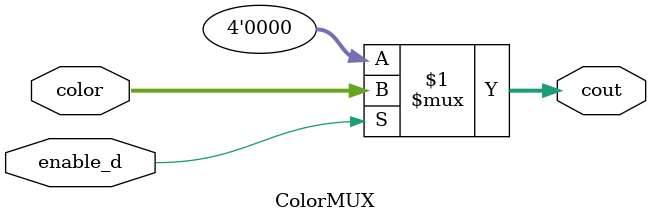
<source format=sv>

module ColorMUX ( 
	input logic enable_d, 
	input logic [3:0] color, 
	output logic [3:0] cout
	);
	
	assign cout = (enable_d) ? color : 4'b0000; 
	
	endmodule
</source>
